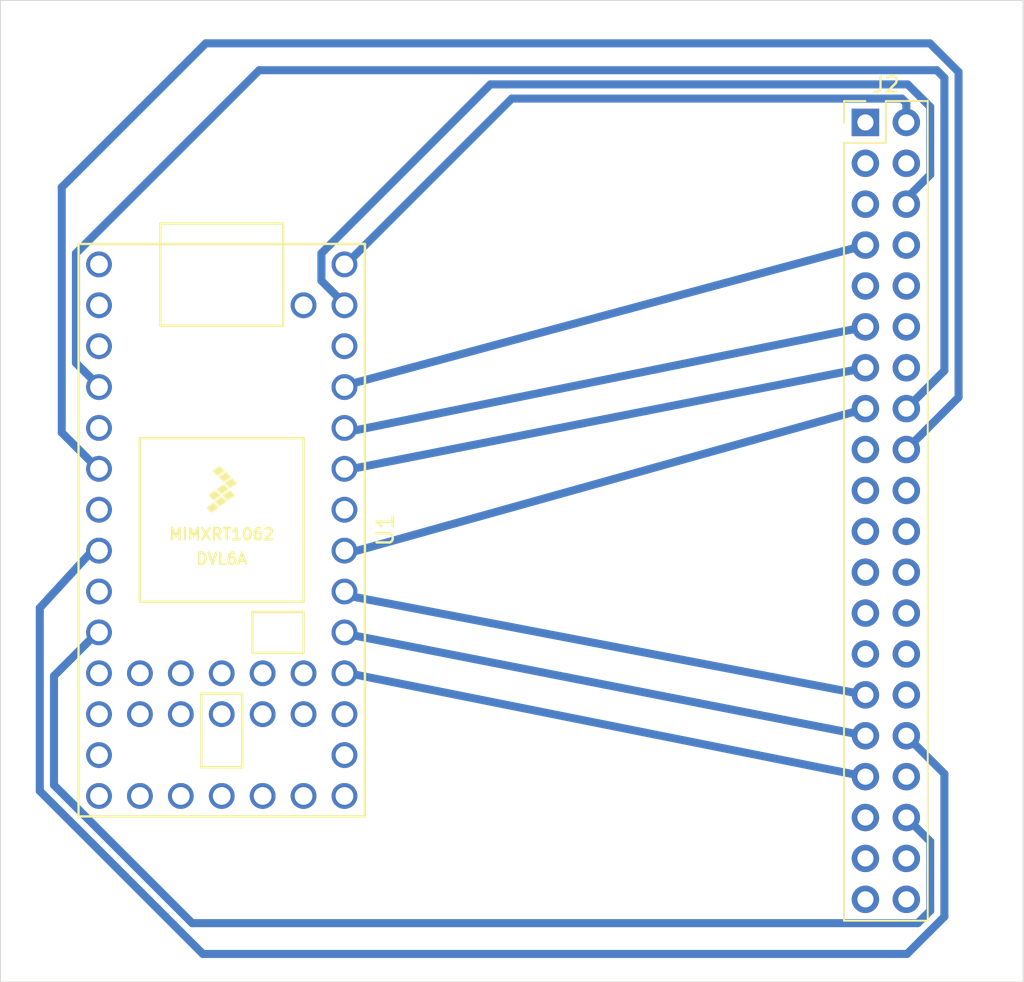
<source format=kicad_pcb>
(kicad_pcb (version 20171130) (host pcbnew "(5.1.4)-1")

  (general
    (thickness 1.6)
    (drawings 4)
    (tracks 50)
    (zones 0)
    (modules 2)
    (nets 72)
  )

  (page A4)
  (layers
    (0 F.Cu signal)
    (31 B.Cu signal)
    (32 B.Adhes user)
    (33 F.Adhes user)
    (34 B.Paste user)
    (35 F.Paste user)
    (36 B.SilkS user)
    (37 F.SilkS user)
    (38 B.Mask user)
    (39 F.Mask user)
    (40 Dwgs.User user)
    (41 Cmts.User user)
    (42 Eco1.User user)
    (43 Eco2.User user)
    (44 Edge.Cuts user)
    (45 Margin user)
    (46 B.CrtYd user)
    (47 F.CrtYd user)
    (48 B.Fab user)
    (49 F.Fab user)
  )

  (setup
    (last_trace_width 0.5)
    (user_trace_width 0.5)
    (trace_clearance 0.381)
    (zone_clearance 0.508)
    (zone_45_only no)
    (trace_min 0.2)
    (via_size 0.8)
    (via_drill 0.4)
    (via_min_size 0.4)
    (via_min_drill 0.3)
    (uvia_size 0.3)
    (uvia_drill 0.1)
    (uvias_allowed no)
    (uvia_min_size 0.2)
    (uvia_min_drill 0.1)
    (edge_width 0.05)
    (segment_width 0.2)
    (pcb_text_width 0.3)
    (pcb_text_size 1.5 1.5)
    (mod_edge_width 0.12)
    (mod_text_size 1 1)
    (mod_text_width 0.15)
    (pad_size 1.524 1.524)
    (pad_drill 0.762)
    (pad_to_mask_clearance 0.051)
    (solder_mask_min_width 0.25)
    (aux_axis_origin 0 0)
    (visible_elements FFFFFF7F)
    (pcbplotparams
      (layerselection 0x01000_ffffffff)
      (usegerberextensions false)
      (usegerberattributes false)
      (usegerberadvancedattributes false)
      (creategerberjobfile false)
      (excludeedgelayer true)
      (linewidth 0.100000)
      (plotframeref false)
      (viasonmask false)
      (mode 1)
      (useauxorigin false)
      (hpglpennumber 1)
      (hpglpenspeed 20)
      (hpglpendiameter 15.000000)
      (psnegative false)
      (psa4output false)
      (plotreference true)
      (plotvalue true)
      (plotinvisibletext false)
      (padsonsilk false)
      (subtractmaskfromsilk false)
      (outputformat 1)
      (mirror false)
      (drillshape 0)
      (scaleselection 1)
      (outputdirectory "./"))
  )

  (net 0 "")
  (net 1 "Net-(J2-Pad40)")
  (net 2 "Net-(J2-Pad39)")
  (net 3 "Net-(J2-Pad38)")
  (net 4 "Net-(J2-Pad37)")
  (net 5 Top2)
  (net 6 "Net-(J2-Pad35)")
  (net 7 "Net-(J2-Pad34)")
  (net 8 Top1)
  (net 9 RIGHT)
  (net 10 LEFT)
  (net 11 "Net-(J2-Pad30)")
  (net 12 DOWN)
  (net 13 "Net-(J2-Pad28)")
  (net 14 "Net-(J2-Pad27)")
  (net 15 "Net-(J2-Pad26)")
  (net 16 "Net-(J2-Pad25)")
  (net 17 "Net-(J2-Pad24)")
  (net 18 "Net-(J2-Pad23)")
  (net 19 "Net-(J2-Pad22)")
  (net 20 "Net-(J2-Pad21)")
  (net 21 "Net-(J2-Pad20)")
  (net 22 "Net-(J2-Pad19)")
  (net 23 Bottom3)
  (net 24 "Net-(J2-Pad17)")
  (net 25 Bottom2)
  (net 26 Bottom1)
  (net 27 "Net-(J2-Pad14)")
  (net 28 RelayOut)
  (net 29 "Net-(J2-Pad12)")
  (net 30 Top3)
  (net 31 "Net-(J2-Pad10)")
  (net 32 "Net-(J2-Pad9)")
  (net 33 "Net-(J2-Pad8)")
  (net 34 UP)
  (net 35 "Net-(J2-Pad6)")
  (net 36 "Net-(J2-Pad5)")
  (net 37 "Net-(J2-Pad4)")
  (net 38 "Net-(J2-Pad3)")
  (net 39 "Net-(J2-Pad2)")
  (net 40 "Net-(J2-Pad1)")
  (net 41 "Net-(U1-Pad44)")
  (net 42 "Net-(U1-Pad43)")
  (net 43 "Net-(U1-Pad42)")
  (net 44 "Net-(U1-Pad41)")
  (net 45 "Net-(U1-Pad40)")
  (net 46 "Net-(U1-Pad39)")
  (net 47 "Net-(U1-Pad38)")
  (net 48 "Net-(U1-Pad37)")
  (net 49 "Net-(U1-Pad36)")
  (net 50 "Net-(U1-Pad35)")
  (net 51 "Net-(U1-Pad1)")
  (net 52 "Net-(U1-Pad2)")
  (net 53 "Net-(U1-Pad3)")
  (net 54 "Net-(U1-Pad5)")
  (net 55 "Net-(U1-Pad7)")
  (net 56 "Net-(U1-Pad9)")
  (net 57 "Net-(U1-Pad11)")
  (net 58 "Net-(U1-Pad12)")
  (net 59 "Net-(U1-Pad13)")
  (net 60 "Net-(U1-Pad34)")
  (net 61 "Net-(U1-Pad31)")
  (net 62 "Net-(U1-Pad27)")
  (net 63 "Net-(U1-Pad22)")
  (net 64 "Net-(U1-Pad21)")
  (net 65 "Net-(U1-Pad14)")
  (net 66 "Net-(U1-Pad15)")
  (net 67 "Net-(U1-Pad16)")
  (net 68 "Net-(U1-Pad20)")
  (net 69 "Net-(U1-Pad19)")
  (net 70 "Net-(U1-Pad18)")
  (net 71 "Net-(U1-Pad17)")

  (net_class Default "This is the default net class."
    (clearance 0.381)
    (trace_width 0.381)
    (via_dia 0.8)
    (via_drill 0.4)
    (uvia_dia 0.3)
    (uvia_drill 0.1)
    (add_net Bottom1)
    (add_net Bottom2)
    (add_net Bottom3)
    (add_net DOWN)
    (add_net LEFT)
    (add_net "Net-(J2-Pad1)")
    (add_net "Net-(J2-Pad10)")
    (add_net "Net-(J2-Pad12)")
    (add_net "Net-(J2-Pad14)")
    (add_net "Net-(J2-Pad17)")
    (add_net "Net-(J2-Pad19)")
    (add_net "Net-(J2-Pad2)")
    (add_net "Net-(J2-Pad20)")
    (add_net "Net-(J2-Pad21)")
    (add_net "Net-(J2-Pad22)")
    (add_net "Net-(J2-Pad23)")
    (add_net "Net-(J2-Pad24)")
    (add_net "Net-(J2-Pad25)")
    (add_net "Net-(J2-Pad26)")
    (add_net "Net-(J2-Pad27)")
    (add_net "Net-(J2-Pad28)")
    (add_net "Net-(J2-Pad3)")
    (add_net "Net-(J2-Pad30)")
    (add_net "Net-(J2-Pad34)")
    (add_net "Net-(J2-Pad35)")
    (add_net "Net-(J2-Pad37)")
    (add_net "Net-(J2-Pad38)")
    (add_net "Net-(J2-Pad39)")
    (add_net "Net-(J2-Pad4)")
    (add_net "Net-(J2-Pad40)")
    (add_net "Net-(J2-Pad5)")
    (add_net "Net-(J2-Pad6)")
    (add_net "Net-(J2-Pad8)")
    (add_net "Net-(J2-Pad9)")
    (add_net "Net-(U1-Pad1)")
    (add_net "Net-(U1-Pad11)")
    (add_net "Net-(U1-Pad12)")
    (add_net "Net-(U1-Pad13)")
    (add_net "Net-(U1-Pad14)")
    (add_net "Net-(U1-Pad15)")
    (add_net "Net-(U1-Pad16)")
    (add_net "Net-(U1-Pad17)")
    (add_net "Net-(U1-Pad18)")
    (add_net "Net-(U1-Pad19)")
    (add_net "Net-(U1-Pad2)")
    (add_net "Net-(U1-Pad20)")
    (add_net "Net-(U1-Pad21)")
    (add_net "Net-(U1-Pad22)")
    (add_net "Net-(U1-Pad27)")
    (add_net "Net-(U1-Pad3)")
    (add_net "Net-(U1-Pad31)")
    (add_net "Net-(U1-Pad34)")
    (add_net "Net-(U1-Pad35)")
    (add_net "Net-(U1-Pad36)")
    (add_net "Net-(U1-Pad37)")
    (add_net "Net-(U1-Pad38)")
    (add_net "Net-(U1-Pad39)")
    (add_net "Net-(U1-Pad40)")
    (add_net "Net-(U1-Pad41)")
    (add_net "Net-(U1-Pad42)")
    (add_net "Net-(U1-Pad43)")
    (add_net "Net-(U1-Pad44)")
    (add_net "Net-(U1-Pad5)")
    (add_net "Net-(U1-Pad7)")
    (add_net "Net-(U1-Pad9)")
    (add_net RIGHT)
    (add_net RelayOut)
    (add_net Top1)
    (add_net Top2)
    (add_net Top3)
    (add_net UP)
  )

  (module teensy2:Teensy40 (layer F.Cu) (tedit 5E188217) (tstamp 605B5C81)
    (at 128.0414 93.86824 270)
    (path /605AAB81)
    (fp_text reference U1 (at 0 -10.16 90) (layer F.SilkS)
      (effects (font (size 1 1) (thickness 0.15)))
    )
    (fp_text value Teensy4.0 (at 0 10.16 90) (layer F.Fab)
      (effects (font (size 1 1) (thickness 0.15)))
    )
    (fp_text user DVL6A (at 1.778 0) (layer F.SilkS)
      (effects (font (size 0.7 0.7) (thickness 0.15)))
    )
    (fp_poly (pts (xy -3.937 0.127) (xy -3.683 -0.127) (xy -3.429 0.254) (xy -3.683 0.508)) (layer F.SilkS) (width 0.1))
    (fp_poly (pts (xy -3.556 -0.254) (xy -3.302 -0.508) (xy -3.048 -0.127) (xy -3.302 0.127)) (layer F.SilkS) (width 0.1))
    (fp_poly (pts (xy -1.651 0.508) (xy -1.397 0.254) (xy -1.143 0.635) (xy -1.397 0.889)) (layer F.SilkS) (width 0.1))
    (fp_poly (pts (xy -2.032 0) (xy -1.778 -0.254) (xy -1.524 0.127) (xy -1.778 0.381)) (layer F.SilkS) (width 0.1))
    (fp_poly (pts (xy -2.413 -0.508) (xy -2.159 -0.762) (xy -1.905 -0.381) (xy -2.159 -0.127)) (layer F.SilkS) (width 0.1))
    (fp_poly (pts (xy -2.413 0.381) (xy -2.159 0.127) (xy -1.905 0.508) (xy -2.159 0.762)) (layer F.SilkS) (width 0.1))
    (fp_poly (pts (xy -2.794 -0.127) (xy -2.54 -0.381) (xy -2.286 0) (xy -2.54 0.254)) (layer F.SilkS) (width 0.1))
    (fp_poly (pts (xy -3.175 -0.635) (xy -2.921 -0.889) (xy -2.667 -0.508) (xy -2.921 -0.254)) (layer F.SilkS) (width 0.1))
    (fp_text user MIMXRT1062 (at 0.254 0) (layer F.SilkS)
      (effects (font (size 0.7 0.7) (thickness 0.15)))
    )
    (fp_line (start 5.08 -1.905) (end 5.08 -5.08) (layer F.SilkS) (width 0.15))
    (fp_line (start 7.62 -1.905) (end 5.08 -1.905) (layer F.SilkS) (width 0.15))
    (fp_line (start 7.62 -5.08) (end 7.62 -1.905) (layer F.SilkS) (width 0.15))
    (fp_line (start 5.08 -5.08) (end 7.62 -5.08) (layer F.SilkS) (width 0.15))
    (fp_line (start -17.78 8.89) (end -17.78 -8.89) (layer F.SilkS) (width 0.15))
    (fp_line (start 17.78 8.89) (end -17.78 8.89) (layer F.SilkS) (width 0.15))
    (fp_line (start 17.78 -8.89) (end 17.78 8.89) (layer F.SilkS) (width 0.15))
    (fp_line (start -17.78 -8.89) (end 17.78 -8.89) (layer F.SilkS) (width 0.15))
    (fp_line (start 4.445 5.08) (end -5.715 5.08) (layer F.SilkS) (width 0.15))
    (fp_line (start 4.445 -5.08) (end -5.715 -5.08) (layer F.SilkS) (width 0.15))
    (fp_line (start -5.715 -5.08) (end -5.715 5.08) (layer F.SilkS) (width 0.15))
    (fp_line (start 4.445 5.08) (end 4.445 -5.08) (layer F.SilkS) (width 0.15))
    (fp_line (start 10.16 -1.27) (end 14.732 -1.27) (layer F.SilkS) (width 0.15))
    (fp_line (start 10.16 1.27) (end 10.16 -1.27) (layer F.SilkS) (width 0.15))
    (fp_line (start 14.732 1.27) (end 10.16 1.27) (layer F.SilkS) (width 0.15))
    (fp_line (start 14.732 -1.27) (end 14.732 1.27) (layer F.SilkS) (width 0.15))
    (fp_line (start -12.7 3.81) (end -17.78 3.81) (layer F.SilkS) (width 0.15))
    (fp_line (start -12.7 -3.81) (end -17.78 -3.81) (layer F.SilkS) (width 0.15))
    (fp_line (start -12.7 3.81) (end -12.7 -3.81) (layer F.SilkS) (width 0.15))
    (fp_line (start -19.05 -3.81) (end -17.78 -3.81) (layer F.SilkS) (width 0.15))
    (fp_line (start -19.05 3.81) (end -19.05 -3.81) (layer F.SilkS) (width 0.15))
    (fp_line (start -17.78 3.81) (end -19.05 3.81) (layer F.SilkS) (width 0.15))
    (pad 44 thru_hole circle (at 8.89 5.08 270) (size 1.6 1.6) (drill 1.1) (layers *.Cu *.Mask)
      (net 41 "Net-(U1-Pad44)"))
    (pad 43 thru_hole circle (at 11.43 5.08 270) (size 1.6 1.6) (drill 1.1) (layers *.Cu *.Mask)
      (net 42 "Net-(U1-Pad43)"))
    (pad 42 thru_hole circle (at 8.89 2.54 270) (size 1.6 1.6) (drill 1.1) (layers *.Cu *.Mask)
      (net 43 "Net-(U1-Pad42)"))
    (pad 41 thru_hole circle (at 11.43 2.54 270) (size 1.6 1.6) (drill 1.1) (layers *.Cu *.Mask)
      (net 44 "Net-(U1-Pad41)"))
    (pad 40 thru_hole circle (at 8.89 0 270) (size 1.6 1.6) (drill 1.1) (layers *.Cu *.Mask)
      (net 45 "Net-(U1-Pad40)"))
    (pad 39 thru_hole circle (at 11.43 0 270) (size 1.6 1.6) (drill 1.1) (layers *.Cu *.Mask)
      (net 46 "Net-(U1-Pad39)"))
    (pad 38 thru_hole circle (at 8.89 -2.54 270) (size 1.6 1.6) (drill 1.1) (layers *.Cu *.Mask)
      (net 47 "Net-(U1-Pad38)"))
    (pad 37 thru_hole circle (at 11.43 -2.54 270) (size 1.6 1.6) (drill 1.1) (layers *.Cu *.Mask)
      (net 48 "Net-(U1-Pad37)"))
    (pad 36 thru_hole circle (at 8.89 -5.08 270) (size 1.6 1.6) (drill 1.1) (layers *.Cu *.Mask)
      (net 49 "Net-(U1-Pad36)"))
    (pad 35 thru_hole circle (at 11.43 -5.08 270) (size 1.6 1.6) (drill 1.1) (layers *.Cu *.Mask)
      (net 50 "Net-(U1-Pad35)"))
    (pad 1 thru_hole circle (at -16.51 7.62 270) (size 1.6 1.6) (drill 1.1) (layers *.Cu *.Mask)
      (net 51 "Net-(U1-Pad1)"))
    (pad 2 thru_hole circle (at -13.97 7.62 270) (size 1.6 1.6) (drill 1.1) (layers *.Cu *.Mask)
      (net 52 "Net-(U1-Pad2)"))
    (pad 3 thru_hole circle (at -11.43 7.62 270) (size 1.6 1.6) (drill 1.1) (layers *.Cu *.Mask)
      (net 53 "Net-(U1-Pad3)"))
    (pad 4 thru_hole circle (at -8.89 7.62 270) (size 1.6 1.6) (drill 1.1) (layers *.Cu *.Mask)
      (net 25 Bottom2))
    (pad 5 thru_hole circle (at -6.35 7.62 270) (size 1.6 1.6) (drill 1.1) (layers *.Cu *.Mask)
      (net 54 "Net-(U1-Pad5)"))
    (pad 6 thru_hole circle (at -3.81 7.62 270) (size 1.6 1.6) (drill 1.1) (layers *.Cu *.Mask)
      (net 23 Bottom3))
    (pad 7 thru_hole circle (at -1.27 7.62 270) (size 1.6 1.6) (drill 1.1) (layers *.Cu *.Mask)
      (net 55 "Net-(U1-Pad7)"))
    (pad 8 thru_hole circle (at 1.27 7.62 270) (size 1.6 1.6) (drill 1.1) (layers *.Cu *.Mask)
      (net 9 RIGHT))
    (pad 9 thru_hole circle (at 3.81 7.62 270) (size 1.6 1.6) (drill 1.1) (layers *.Cu *.Mask)
      (net 56 "Net-(U1-Pad9)"))
    (pad 10 thru_hole circle (at 6.35 7.62 270) (size 1.6 1.6) (drill 1.1) (layers *.Cu *.Mask)
      (net 5 Top2))
    (pad 11 thru_hole circle (at 8.89 7.62 270) (size 1.6 1.6) (drill 1.1) (layers *.Cu *.Mask)
      (net 57 "Net-(U1-Pad11)"))
    (pad 12 thru_hole circle (at 11.43 7.62 270) (size 1.6 1.6) (drill 1.1) (layers *.Cu *.Mask)
      (net 58 "Net-(U1-Pad12)"))
    (pad 13 thru_hole circle (at 13.97 7.62 270) (size 1.6 1.6) (drill 1.1) (layers *.Cu *.Mask)
      (net 59 "Net-(U1-Pad13)"))
    (pad 34 thru_hole circle (at -13.97 -5.08 270) (size 1.6 1.6) (drill 1.1) (layers *.Cu *.Mask)
      (net 60 "Net-(U1-Pad34)"))
    (pad 33 thru_hole circle (at -16.51 -7.62 270) (size 1.6 1.6) (drill 1.1) (layers *.Cu *.Mask)
      (net 39 "Net-(J2-Pad2)"))
    (pad 32 thru_hole circle (at -13.97 -7.62 270) (size 1.6 1.6) (drill 1.1) (layers *.Cu *.Mask)
      (net 35 "Net-(J2-Pad6)"))
    (pad 31 thru_hole circle (at -11.43 -7.62 270) (size 1.6 1.6) (drill 1.1) (layers *.Cu *.Mask)
      (net 61 "Net-(U1-Pad31)"))
    (pad 30 thru_hole circle (at -8.89 -7.62 270) (size 1.6 1.6) (drill 1.1) (layers *.Cu *.Mask)
      (net 34 UP))
    (pad 29 thru_hole circle (at -6.35 -7.62 270) (size 1.6 1.6) (drill 1.1) (layers *.Cu *.Mask)
      (net 30 Top3))
    (pad 28 thru_hole circle (at -3.81 -7.62 270) (size 1.6 1.6) (drill 1.1) (layers *.Cu *.Mask)
      (net 28 RelayOut))
    (pad 27 thru_hole circle (at -1.27 -7.62 270) (size 1.6 1.6) (drill 1.1) (layers *.Cu *.Mask)
      (net 62 "Net-(U1-Pad27)"))
    (pad 26 thru_hole circle (at 1.27 -7.62 270) (size 1.6 1.6) (drill 1.1) (layers *.Cu *.Mask)
      (net 26 Bottom1))
    (pad 25 thru_hole circle (at 3.81 -7.62 270) (size 1.6 1.6) (drill 1.1) (layers *.Cu *.Mask)
      (net 12 DOWN))
    (pad 24 thru_hole circle (at 6.35 -7.62 270) (size 1.6 1.6) (drill 1.1) (layers *.Cu *.Mask)
      (net 10 LEFT))
    (pad 23 thru_hole circle (at 8.89 -7.62 270) (size 1.6 1.6) (drill 1.1) (layers *.Cu *.Mask)
      (net 8 Top1))
    (pad 22 thru_hole circle (at 11.43 -7.62 270) (size 1.6 1.6) (drill 1.1) (layers *.Cu *.Mask)
      (net 63 "Net-(U1-Pad22)"))
    (pad 21 thru_hole circle (at 13.97 -7.62 270) (size 1.6 1.6) (drill 1.1) (layers *.Cu *.Mask)
      (net 64 "Net-(U1-Pad21)"))
    (pad 14 thru_hole circle (at 16.51 7.62 270) (size 1.6 1.6) (drill 1.1) (layers *.Cu *.Mask)
      (net 65 "Net-(U1-Pad14)"))
    (pad 15 thru_hole circle (at 16.51 5.08 270) (size 1.6 1.6) (drill 1.1) (layers *.Cu *.Mask)
      (net 66 "Net-(U1-Pad15)"))
    (pad 16 thru_hole circle (at 16.51 2.54 270) (size 1.6 1.6) (drill 1.1) (layers *.Cu *.Mask)
      (net 67 "Net-(U1-Pad16)"))
    (pad 20 thru_hole circle (at 16.51 -7.62 270) (size 1.6 1.6) (drill 1.1) (layers *.Cu *.Mask)
      (net 68 "Net-(U1-Pad20)"))
    (pad 19 thru_hole circle (at 16.51 -5.08 270) (size 1.6 1.6) (drill 1.1) (layers *.Cu *.Mask)
      (net 69 "Net-(U1-Pad19)"))
    (pad 18 thru_hole circle (at 16.51 -2.54 270) (size 1.6 1.6) (drill 1.1) (layers *.Cu *.Mask)
      (net 70 "Net-(U1-Pad18)"))
    (pad 17 thru_hole circle (at 16.51 0 270) (size 1.6 1.6) (drill 1.1) (layers *.Cu *.Mask)
      (net 71 "Net-(U1-Pad17)"))
    (model ${KICAD_USER_DIR}/teensy.pretty/Teensy_4.0_Assembly.STEP
      (offset (xyz 33 9.5 -11))
      (scale (xyz 1 1 1))
      (rotate (xyz -90 0 0))
    )
  )

  (module Connector_PinHeader_2.54mm:PinHeader_2x20_P2.54mm_Vertical (layer F.Cu) (tedit 59FED5CC) (tstamp 605B5C31)
    (at 168.00576 68.53936)
    (descr "Through hole straight pin header, 2x20, 2.54mm pitch, double rows")
    (tags "Through hole pin header THT 2x20 2.54mm double row")
    (path /605ADD63)
    (fp_text reference J2 (at 1.27 -2.33) (layer F.SilkS)
      (effects (font (size 1 1) (thickness 0.15)))
    )
    (fp_text value Conn_02x20_Odd_Even (at 1.27 50.59) (layer F.Fab)
      (effects (font (size 1 1) (thickness 0.15)))
    )
    (fp_text user %R (at 1.27 24.13 90) (layer F.Fab)
      (effects (font (size 1 1) (thickness 0.15)))
    )
    (fp_line (start 4.35 -1.8) (end -1.8 -1.8) (layer F.CrtYd) (width 0.05))
    (fp_line (start 4.35 50.05) (end 4.35 -1.8) (layer F.CrtYd) (width 0.05))
    (fp_line (start -1.8 50.05) (end 4.35 50.05) (layer F.CrtYd) (width 0.05))
    (fp_line (start -1.8 -1.8) (end -1.8 50.05) (layer F.CrtYd) (width 0.05))
    (fp_line (start -1.33 -1.33) (end 0 -1.33) (layer F.SilkS) (width 0.12))
    (fp_line (start -1.33 0) (end -1.33 -1.33) (layer F.SilkS) (width 0.12))
    (fp_line (start 1.27 -1.33) (end 3.87 -1.33) (layer F.SilkS) (width 0.12))
    (fp_line (start 1.27 1.27) (end 1.27 -1.33) (layer F.SilkS) (width 0.12))
    (fp_line (start -1.33 1.27) (end 1.27 1.27) (layer F.SilkS) (width 0.12))
    (fp_line (start 3.87 -1.33) (end 3.87 49.59) (layer F.SilkS) (width 0.12))
    (fp_line (start -1.33 1.27) (end -1.33 49.59) (layer F.SilkS) (width 0.12))
    (fp_line (start -1.33 49.59) (end 3.87 49.59) (layer F.SilkS) (width 0.12))
    (fp_line (start -1.27 0) (end 0 -1.27) (layer F.Fab) (width 0.1))
    (fp_line (start -1.27 49.53) (end -1.27 0) (layer F.Fab) (width 0.1))
    (fp_line (start 3.81 49.53) (end -1.27 49.53) (layer F.Fab) (width 0.1))
    (fp_line (start 3.81 -1.27) (end 3.81 49.53) (layer F.Fab) (width 0.1))
    (fp_line (start 0 -1.27) (end 3.81 -1.27) (layer F.Fab) (width 0.1))
    (pad 40 thru_hole oval (at 2.54 48.26) (size 1.7 1.7) (drill 1) (layers *.Cu *.Mask)
      (net 1 "Net-(J2-Pad40)"))
    (pad 39 thru_hole oval (at 0 48.26) (size 1.7 1.7) (drill 1) (layers *.Cu *.Mask)
      (net 2 "Net-(J2-Pad39)"))
    (pad 38 thru_hole oval (at 2.54 45.72) (size 1.7 1.7) (drill 1) (layers *.Cu *.Mask)
      (net 3 "Net-(J2-Pad38)"))
    (pad 37 thru_hole oval (at 0 45.72) (size 1.7 1.7) (drill 1) (layers *.Cu *.Mask)
      (net 4 "Net-(J2-Pad37)"))
    (pad 36 thru_hole oval (at 2.54 43.18) (size 1.7 1.7) (drill 1) (layers *.Cu *.Mask)
      (net 5 Top2))
    (pad 35 thru_hole oval (at 0 43.18) (size 1.7 1.7) (drill 1) (layers *.Cu *.Mask)
      (net 6 "Net-(J2-Pad35)"))
    (pad 34 thru_hole oval (at 2.54 40.64) (size 1.7 1.7) (drill 1) (layers *.Cu *.Mask)
      (net 7 "Net-(J2-Pad34)"))
    (pad 33 thru_hole oval (at 0 40.64) (size 1.7 1.7) (drill 1) (layers *.Cu *.Mask)
      (net 8 Top1))
    (pad 32 thru_hole oval (at 2.54 38.1) (size 1.7 1.7) (drill 1) (layers *.Cu *.Mask)
      (net 9 RIGHT))
    (pad 31 thru_hole oval (at 0 38.1) (size 1.7 1.7) (drill 1) (layers *.Cu *.Mask)
      (net 10 LEFT))
    (pad 30 thru_hole oval (at 2.54 35.56) (size 1.7 1.7) (drill 1) (layers *.Cu *.Mask)
      (net 11 "Net-(J2-Pad30)"))
    (pad 29 thru_hole oval (at 0 35.56) (size 1.7 1.7) (drill 1) (layers *.Cu *.Mask)
      (net 12 DOWN))
    (pad 28 thru_hole oval (at 2.54 33.02) (size 1.7 1.7) (drill 1) (layers *.Cu *.Mask)
      (net 13 "Net-(J2-Pad28)"))
    (pad 27 thru_hole oval (at 0 33.02) (size 1.7 1.7) (drill 1) (layers *.Cu *.Mask)
      (net 14 "Net-(J2-Pad27)"))
    (pad 26 thru_hole oval (at 2.54 30.48) (size 1.7 1.7) (drill 1) (layers *.Cu *.Mask)
      (net 15 "Net-(J2-Pad26)"))
    (pad 25 thru_hole oval (at 0 30.48) (size 1.7 1.7) (drill 1) (layers *.Cu *.Mask)
      (net 16 "Net-(J2-Pad25)"))
    (pad 24 thru_hole oval (at 2.54 27.94) (size 1.7 1.7) (drill 1) (layers *.Cu *.Mask)
      (net 17 "Net-(J2-Pad24)"))
    (pad 23 thru_hole oval (at 0 27.94) (size 1.7 1.7) (drill 1) (layers *.Cu *.Mask)
      (net 18 "Net-(J2-Pad23)"))
    (pad 22 thru_hole oval (at 2.54 25.4) (size 1.7 1.7) (drill 1) (layers *.Cu *.Mask)
      (net 19 "Net-(J2-Pad22)"))
    (pad 21 thru_hole oval (at 0 25.4) (size 1.7 1.7) (drill 1) (layers *.Cu *.Mask)
      (net 20 "Net-(J2-Pad21)"))
    (pad 20 thru_hole oval (at 2.54 22.86) (size 1.7 1.7) (drill 1) (layers *.Cu *.Mask)
      (net 21 "Net-(J2-Pad20)"))
    (pad 19 thru_hole oval (at 0 22.86) (size 1.7 1.7) (drill 1) (layers *.Cu *.Mask)
      (net 22 "Net-(J2-Pad19)"))
    (pad 18 thru_hole oval (at 2.54 20.32) (size 1.7 1.7) (drill 1) (layers *.Cu *.Mask)
      (net 23 Bottom3))
    (pad 17 thru_hole oval (at 0 20.32) (size 1.7 1.7) (drill 1) (layers *.Cu *.Mask)
      (net 24 "Net-(J2-Pad17)"))
    (pad 16 thru_hole oval (at 2.54 17.78) (size 1.7 1.7) (drill 1) (layers *.Cu *.Mask)
      (net 25 Bottom2))
    (pad 15 thru_hole oval (at 0 17.78) (size 1.7 1.7) (drill 1) (layers *.Cu *.Mask)
      (net 26 Bottom1))
    (pad 14 thru_hole oval (at 2.54 15.24) (size 1.7 1.7) (drill 1) (layers *.Cu *.Mask)
      (net 27 "Net-(J2-Pad14)"))
    (pad 13 thru_hole oval (at 0 15.24) (size 1.7 1.7) (drill 1) (layers *.Cu *.Mask)
      (net 28 RelayOut))
    (pad 12 thru_hole oval (at 2.54 12.7) (size 1.7 1.7) (drill 1) (layers *.Cu *.Mask)
      (net 29 "Net-(J2-Pad12)"))
    (pad 11 thru_hole oval (at 0 12.7) (size 1.7 1.7) (drill 1) (layers *.Cu *.Mask)
      (net 30 Top3))
    (pad 10 thru_hole oval (at 2.54 10.16) (size 1.7 1.7) (drill 1) (layers *.Cu *.Mask)
      (net 31 "Net-(J2-Pad10)"))
    (pad 9 thru_hole oval (at 0 10.16) (size 1.7 1.7) (drill 1) (layers *.Cu *.Mask)
      (net 32 "Net-(J2-Pad9)"))
    (pad 8 thru_hole oval (at 2.54 7.62) (size 1.7 1.7) (drill 1) (layers *.Cu *.Mask)
      (net 33 "Net-(J2-Pad8)"))
    (pad 7 thru_hole oval (at 0 7.62) (size 1.7 1.7) (drill 1) (layers *.Cu *.Mask)
      (net 34 UP))
    (pad 6 thru_hole oval (at 2.54 5.08) (size 1.7 1.7) (drill 1) (layers *.Cu *.Mask)
      (net 35 "Net-(J2-Pad6)"))
    (pad 5 thru_hole oval (at 0 5.08) (size 1.7 1.7) (drill 1) (layers *.Cu *.Mask)
      (net 36 "Net-(J2-Pad5)"))
    (pad 4 thru_hole oval (at 2.54 2.54) (size 1.7 1.7) (drill 1) (layers *.Cu *.Mask)
      (net 37 "Net-(J2-Pad4)"))
    (pad 3 thru_hole oval (at 0 2.54) (size 1.7 1.7) (drill 1) (layers *.Cu *.Mask)
      (net 38 "Net-(J2-Pad3)"))
    (pad 2 thru_hole oval (at 2.54 0) (size 1.7 1.7) (drill 1) (layers *.Cu *.Mask)
      (net 39 "Net-(J2-Pad2)"))
    (pad 1 thru_hole rect (at 0 0) (size 1.7 1.7) (drill 1) (layers *.Cu *.Mask)
      (net 40 "Net-(J2-Pad1)"))
    (model ${KISYS3DMOD}/Connector_PinHeader_2.54mm.3dshapes/PinHeader_2x20_P2.54mm_Vertical.wrl
      (at (xyz 0 0 0))
      (scale (xyz 1 1 1))
      (rotate (xyz 0 0 0))
    )
  )

  (gr_line (start 177.8 121.92) (end 177.8 60.96) (layer Edge.Cuts) (width 0.05) (tstamp 605B67B8))
  (gr_line (start 114.3 121.92) (end 177.8 121.92) (layer Edge.Cuts) (width 0.05))
  (gr_line (start 114.3 60.96) (end 114.3 121.92) (layer Edge.Cuts) (width 0.05))
  (gr_line (start 177.8 60.96) (end 114.3 60.96) (layer Edge.Cuts) (width 0.05))

  (segment (start 126.205639 118.280361) (end 117.6274 109.702122) (width 0.5) (layer B.Cu) (net 5))
  (segment (start 171.256641 118.280361) (end 126.205639 118.280361) (width 0.5) (layer B.Cu) (net 5))
  (segment (start 172.026761 117.510241) (end 171.256641 118.280361) (width 0.5) (layer B.Cu) (net 5))
  (segment (start 170.54576 111.71936) (end 172.026761 113.200361) (width 0.5) (layer B.Cu) (net 5))
  (segment (start 172.026761 113.200361) (end 172.026761 117.510241) (width 0.5) (layer B.Cu) (net 5))
  (segment (start 117.6274 109.702122) (end 117.6274 102.9208) (width 0.5) (layer B.Cu) (net 5))
  (segment (start 117.6274 102.9208) (end 120.3198 100.2284) (width 0.5) (layer B.Cu) (net 5))
  (segment (start 168.00576 109.17936) (end 135.7122 102.7176) (width 0.5) (layer B.Cu) (net 8))
  (segment (start 172.90777 117.875168) (end 170.590138 120.1928) (width 0.5) (layer B.Cu) (net 9))
  (segment (start 170.54576 106.63936) (end 172.907771 109.001371) (width 0.5) (layer B.Cu) (net 9))
  (segment (start 172.907771 109.001371) (end 172.90777 117.875168) (width 0.5) (layer B.Cu) (net 9))
  (segment (start 116.74639 110.067048) (end 116.74639 98.69641) (width 0.5) (layer B.Cu) (net 9))
  (segment (start 170.590138 120.1928) (end 126.872142 120.1928) (width 0.5) (layer B.Cu) (net 9))
  (segment (start 126.872142 120.1928) (end 116.74639 110.067048) (width 0.5) (layer B.Cu) (net 9))
  (segment (start 116.74639 98.69641) (end 120.1166 95.0214) (width 0.5) (layer B.Cu) (net 9))
  (segment (start 168.00576 106.63936) (end 135.7122 100.3046) (width 0.5) (layer B.Cu) (net 10))
  (segment (start 168.00576 104.09936) (end 135.3566 97.8408) (width 0.5) (layer B.Cu) (net 12))
  (segment (start 173.78878 65.405644) (end 172.010136 63.627) (width 0.5) (layer B.Cu) (net 23))
  (segment (start 170.54576 88.85936) (end 173.78878 85.61634) (width 0.5) (layer B.Cu) (net 23))
  (segment (start 173.78878 85.61634) (end 173.78878 65.405644) (width 0.5) (layer B.Cu) (net 23))
  (segment (start 118.109389 72.568411) (end 118.109389 87.807189) (width 0.5) (layer B.Cu) (net 23))
  (segment (start 172.010136 63.627) (end 127.0508 63.627) (width 0.5) (layer B.Cu) (net 23))
  (segment (start 127.0508 63.627) (end 118.109389 72.568411) (width 0.5) (layer B.Cu) (net 23))
  (segment (start 118.109389 87.807189) (end 120.3198 90.0176) (width 0.5) (layer B.Cu) (net 23))
  (segment (start 120.3198 90.0176) (end 120.3706 90.0176) (width 0.5) (layer B.Cu) (net 23))
  (segment (start 172.907771 83.957349) (end 172.907771 65.770571) (width 0.5) (layer B.Cu) (net 25))
  (segment (start 170.54576 86.31936) (end 172.907771 83.957349) (width 0.5) (layer B.Cu) (net 25))
  (segment (start 118.990399 76.671359) (end 118.990399 83.481199) (width 0.5) (layer B.Cu) (net 25))
  (segment (start 130.365419 65.296339) (end 118.990399 76.671359) (width 0.5) (layer B.Cu) (net 25))
  (segment (start 172.907771 65.770571) (end 172.433539 65.296339) (width 0.5) (layer B.Cu) (net 25))
  (segment (start 172.433539 65.296339) (end 130.365419 65.296339) (width 0.5) (layer B.Cu) (net 25))
  (segment (start 118.990399 83.481199) (end 120.396 84.8868) (width 0.5) (layer B.Cu) (net 25))
  (segment (start 120.396 84.8868) (end 120.4214 84.8868) (width 0.5) (layer B.Cu) (net 25))
  (segment (start 168.00576 86.31936) (end 135.4328 95.4278) (width 0.5) (layer B.Cu) (net 26))
  (segment (start 168.00576 83.77936) (end 135.5598 90.17) (width 0.5) (layer B.Cu) (net 28))
  (segment (start 168.00576 81.23936) (end 135.509 87.8332) (width 0.5) (layer B.Cu) (net 30))
  (segment (start 168.00576 76.15936) (end 135.8646 84.836) (width 0.5) (layer B.Cu) (net 34))
  (segment (start 134.230399 76.671359) (end 134.230399 78.375799) (width 0.5) (layer B.Cu) (net 35))
  (segment (start 170.197642 73.61936) (end 172.026761 71.790241) (width 0.5) (layer B.Cu) (net 35))
  (segment (start 170.54576 73.61936) (end 170.197642 73.61936) (width 0.5) (layer B.Cu) (net 35))
  (segment (start 172.026761 71.790241) (end 172.026761 67.572344) (width 0.5) (layer B.Cu) (net 35))
  (segment (start 172.026761 67.572344) (end 170.631766 66.177349) (width 0.5) (layer B.Cu) (net 35))
  (segment (start 170.631766 66.177349) (end 144.724409 66.177349) (width 0.5) (layer B.Cu) (net 35))
  (segment (start 144.724409 66.177349) (end 134.230399 76.671359) (width 0.5) (layer B.Cu) (net 35))
  (segment (start 134.230399 78.375799) (end 135.6106 79.756) (width 0.5) (layer B.Cu) (net 35))
  (segment (start 135.6106 79.756) (end 135.6106 79.8068) (width 0.5) (layer B.Cu) (net 35))
  (segment (start 170.26684 67.058359) (end 146.047641 67.058359) (width 0.5) (layer B.Cu) (net 39))
  (segment (start 170.54576 68.53936) (end 170.54576 67.337279) (width 0.5) (layer B.Cu) (net 39))
  (segment (start 170.54576 67.337279) (end 170.26684 67.058359) (width 0.5) (layer B.Cu) (net 39))
  (segment (start 146.047641 67.058359) (end 135.636 77.47) (width 0.5) (layer B.Cu) (net 39))

)

</source>
